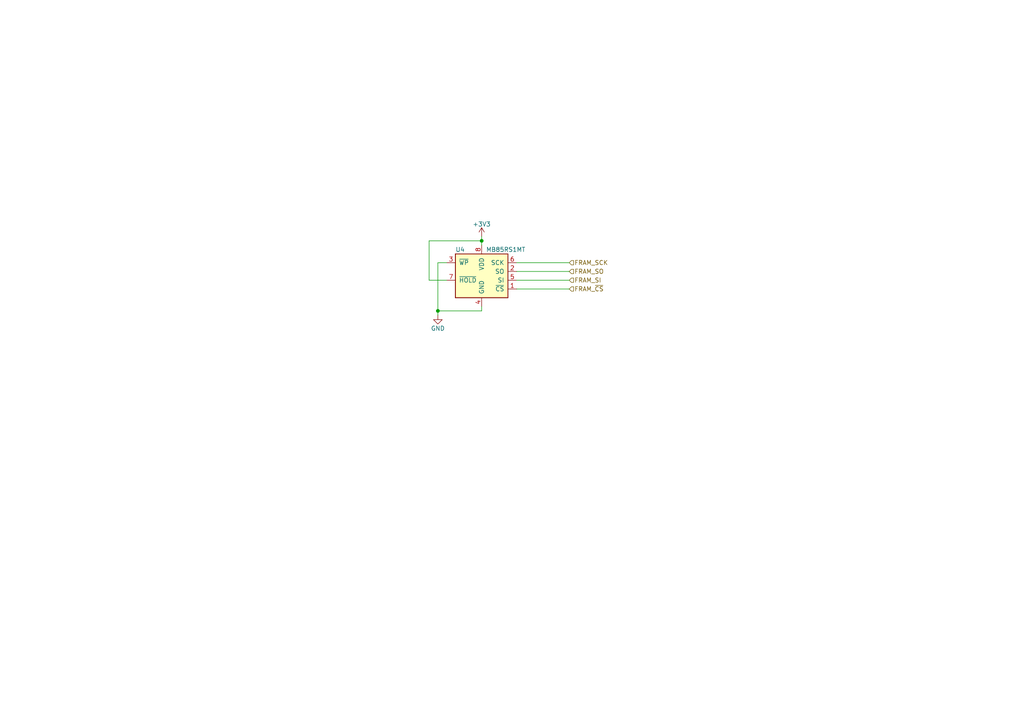
<source format=kicad_sch>
(kicad_sch (version 20211123) (generator eeschema)
  (paper "A4")
  (lib_symbols
    (symbol "Memory_NVRAM:MB85RS1MT" (pin_names (offset 1.016))
      (property "Reference" "U?" (at 2.54 3.81 0))
      (property "Value" "MB85RS1MT" (at 11.43 3.81 0))
      (symbol "MB85RS1MT_0_1"
        (rectangle (start 2.54 2.54) (end 17.78 -10.16) (stroke (width 0.254)) (fill (type background)))
      )
      (symbol "MB85RS1MT_1_1"
        (pin input line (at 20.32 -7.62 180) (length 2.54) (name "~{CS}") (number "1"))
        (pin output line (at 20.32 -2.54 180) (length 2.54) (name "SO") (number "2"))
        (pin input line (at 0 0 0) (length 2.54) (name "~{WP}") (number "3"))
        (pin power_in line (at 10.16 -12.7 90) (length 2.54) (name "GND") (number "4"))
        (pin input line (at 20.32 -5.08 180) (length 2.54) (name "SI") (number "5"))
        (pin input line (at 20.32 0 180) (length 2.54) (name "SCK") (number "6"))
        (pin input line (at 0 -5.08 0) (length 2.54) (name "~{HOLD}") (number "7"))
        (pin power_in line (at 10.16 5.08 270) (length 2.54) (name "VDD") (number "8"))
      )
    )
    (symbol "power:+3V3" (power) (pin_names (offset 0))
      (property "Value" "+3V3" (at 0 3.556 0))
      (symbol "+3V3_0_1"
        (polyline (pts (xy -0.762 1.27) (xy 0 2.54)))
        (polyline (pts (xy 0 0) (xy 0 2.54)))
        (polyline (pts (xy 0 2.54) (xy 0.762 1.27)))
      )
      (symbol "+3V3_1_1"
        (pin power_in line (at 0 0 90) (length 0) hide (name "+3V3") (number "1"))
      )
    )
    (symbol "power:GND" (power) (pin_names (offset 0))
      (property "Value" "GND" (at 0 -3.81 0))
      (symbol "GND_0_1"
        (polyline (pts (xy 0 0) (xy 0 -1.27) (xy 1.27 -1.27) (xy 0 -2.54) (xy -1.27 -1.27) (xy 0 -1.27)))
      )
      (symbol "GND_1_1"
        (pin power_in line (at 0 0 270) (length 0) hide (name "GND") (number "1"))
      )
    )
  )
  (junction (at 139.7 69.85))
  (junction (at 127 90.17))
  (wire (pts (xy 139.7 90.17) (xy 139.7 88.9)))
  (wire (pts (xy 127 90.17) (xy 127 91.44)))
  (wire (pts (xy 124.46 69.85) (xy 139.7 69.85)))
  (wire (pts (xy 127 90.17) (xy 139.7 90.17)))
  (wire (pts (xy 127 76.2) (xy 127 90.17)))
  (wire (pts (xy 149.86 83.82) (xy 165.1 83.82)))
  (wire (pts (xy 124.46 81.28) (xy 124.46 69.85)))
  (wire (pts (xy 149.86 78.74) (xy 165.1 78.74)))
  (wire (pts (xy 149.86 81.28) (xy 165.1 81.28)))
  (wire (pts (xy 129.54 76.2) (xy 127 76.2)))
  (wire (pts (xy 129.54 81.28) (xy 124.46 81.28)))
  (wire (pts (xy 149.86 76.2) (xy 165.1 76.2)))
  (wire (pts (xy 139.7 68.58) (xy 139.7 69.85)))
  (wire (pts (xy 139.7 69.85) (xy 139.7 71.12)))
  (hierarchical_label "FRAM_SO" (shape input) (at 165.1 78.74 0))
  (hierarchical_label "FRAM_SI" (shape input) (at 165.1 81.28 0))
  (hierarchical_label "FRAM_SCK" (shape input) (at 165.1 76.2 0))
  (hierarchical_label "FRAM_~{CS}" (shape input) (at 165.1 83.82 0))
  (symbol (lib_id "Memory_NVRAM:MB85RS1MT") (at 129.54 76.2 0) (unit 1)
    (property "Reference" "U4" (at 132.08 72.39 0) (effects (justify left)))
    (property "Value" "MB85RS1MT" (at 140.97 72.39 0) (effects (justify left)))
    (property "Footprint" "Package_SO:SOIC-8_3.9x4.9mm_P1.27mm" (effects hide))
    (property "Datasheet" "https://www.farnell.com/datasheets/2309611.pdf" (effects hide))
  )
  (symbol (lib_id "power:GND") (at 127 91.44 0) (unit 1)
    (property "Reference" "#PWR011" (effects hide))
    (property "Value" "GND" (at 127 95.25 0))
  )
  (symbol (lib_id "power:+3V3") (at 139.7 68.58 0) (unit 1)
    (property "Reference" "#PWR012" (effects hide))
    (property "Value" "+3V3" (at 139.7 65.024 0))
  )
)
</source>
